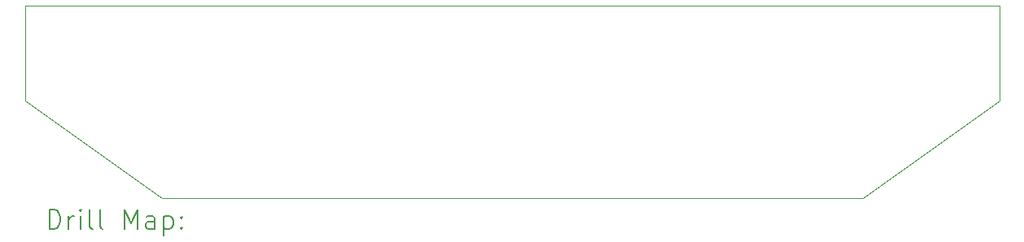
<source format=gbr>
%TF.GenerationSoftware,KiCad,Pcbnew,8.0.3*%
%TF.CreationDate,2024-06-22T11:38:50+02:00*%
%TF.ProjectId,z502rc2014,7a353032-7263-4323-9031-342e6b696361,rev?*%
%TF.SameCoordinates,Original*%
%TF.FileFunction,Drillmap*%
%TF.FilePolarity,Positive*%
%FSLAX45Y45*%
G04 Gerber Fmt 4.5, Leading zero omitted, Abs format (unit mm)*
G04 Created by KiCad (PCBNEW 8.0.3) date 2024-06-22 11:38:50*
%MOMM*%
%LPD*%
G01*
G04 APERTURE LIST*
%ADD10C,0.100000*%
%ADD11C,0.200000*%
G04 APERTURE END LIST*
D10*
X25882600Y-9398000D02*
X25882600Y-10388600D01*
X15748000Y-10388600D02*
X17170400Y-11404600D01*
X24460200Y-11404600D02*
X17170400Y-11404600D01*
X25882600Y-10388600D02*
X24460200Y-11404600D01*
X15748000Y-10388600D02*
X15748000Y-9398000D01*
X15748000Y-9398000D02*
X25882600Y-9398000D01*
D11*
X16003777Y-11721084D02*
X16003777Y-11521084D01*
X16003777Y-11521084D02*
X16051396Y-11521084D01*
X16051396Y-11521084D02*
X16079967Y-11530608D01*
X16079967Y-11530608D02*
X16099015Y-11549655D01*
X16099015Y-11549655D02*
X16108539Y-11568703D01*
X16108539Y-11568703D02*
X16118062Y-11606798D01*
X16118062Y-11606798D02*
X16118062Y-11635369D01*
X16118062Y-11635369D02*
X16108539Y-11673465D01*
X16108539Y-11673465D02*
X16099015Y-11692512D01*
X16099015Y-11692512D02*
X16079967Y-11711560D01*
X16079967Y-11711560D02*
X16051396Y-11721084D01*
X16051396Y-11721084D02*
X16003777Y-11721084D01*
X16203777Y-11721084D02*
X16203777Y-11587750D01*
X16203777Y-11625846D02*
X16213301Y-11606798D01*
X16213301Y-11606798D02*
X16222824Y-11597274D01*
X16222824Y-11597274D02*
X16241872Y-11587750D01*
X16241872Y-11587750D02*
X16260920Y-11587750D01*
X16327586Y-11721084D02*
X16327586Y-11587750D01*
X16327586Y-11521084D02*
X16318062Y-11530608D01*
X16318062Y-11530608D02*
X16327586Y-11540131D01*
X16327586Y-11540131D02*
X16337110Y-11530608D01*
X16337110Y-11530608D02*
X16327586Y-11521084D01*
X16327586Y-11521084D02*
X16327586Y-11540131D01*
X16451396Y-11721084D02*
X16432348Y-11711560D01*
X16432348Y-11711560D02*
X16422824Y-11692512D01*
X16422824Y-11692512D02*
X16422824Y-11521084D01*
X16556158Y-11721084D02*
X16537110Y-11711560D01*
X16537110Y-11711560D02*
X16527586Y-11692512D01*
X16527586Y-11692512D02*
X16527586Y-11521084D01*
X16784729Y-11721084D02*
X16784729Y-11521084D01*
X16784729Y-11521084D02*
X16851396Y-11663941D01*
X16851396Y-11663941D02*
X16918063Y-11521084D01*
X16918063Y-11521084D02*
X16918063Y-11721084D01*
X17099015Y-11721084D02*
X17099015Y-11616322D01*
X17099015Y-11616322D02*
X17089491Y-11597274D01*
X17089491Y-11597274D02*
X17070444Y-11587750D01*
X17070444Y-11587750D02*
X17032348Y-11587750D01*
X17032348Y-11587750D02*
X17013301Y-11597274D01*
X17099015Y-11711560D02*
X17079967Y-11721084D01*
X17079967Y-11721084D02*
X17032348Y-11721084D01*
X17032348Y-11721084D02*
X17013301Y-11711560D01*
X17013301Y-11711560D02*
X17003777Y-11692512D01*
X17003777Y-11692512D02*
X17003777Y-11673465D01*
X17003777Y-11673465D02*
X17013301Y-11654417D01*
X17013301Y-11654417D02*
X17032348Y-11644893D01*
X17032348Y-11644893D02*
X17079967Y-11644893D01*
X17079967Y-11644893D02*
X17099015Y-11635369D01*
X17194253Y-11587750D02*
X17194253Y-11787750D01*
X17194253Y-11597274D02*
X17213301Y-11587750D01*
X17213301Y-11587750D02*
X17251396Y-11587750D01*
X17251396Y-11587750D02*
X17270444Y-11597274D01*
X17270444Y-11597274D02*
X17279967Y-11606798D01*
X17279967Y-11606798D02*
X17289491Y-11625846D01*
X17289491Y-11625846D02*
X17289491Y-11682988D01*
X17289491Y-11682988D02*
X17279967Y-11702036D01*
X17279967Y-11702036D02*
X17270444Y-11711560D01*
X17270444Y-11711560D02*
X17251396Y-11721084D01*
X17251396Y-11721084D02*
X17213301Y-11721084D01*
X17213301Y-11721084D02*
X17194253Y-11711560D01*
X17375205Y-11702036D02*
X17384729Y-11711560D01*
X17384729Y-11711560D02*
X17375205Y-11721084D01*
X17375205Y-11721084D02*
X17365682Y-11711560D01*
X17365682Y-11711560D02*
X17375205Y-11702036D01*
X17375205Y-11702036D02*
X17375205Y-11721084D01*
X17375205Y-11597274D02*
X17384729Y-11606798D01*
X17384729Y-11606798D02*
X17375205Y-11616322D01*
X17375205Y-11616322D02*
X17365682Y-11606798D01*
X17365682Y-11606798D02*
X17375205Y-11597274D01*
X17375205Y-11597274D02*
X17375205Y-11616322D01*
M02*

</source>
